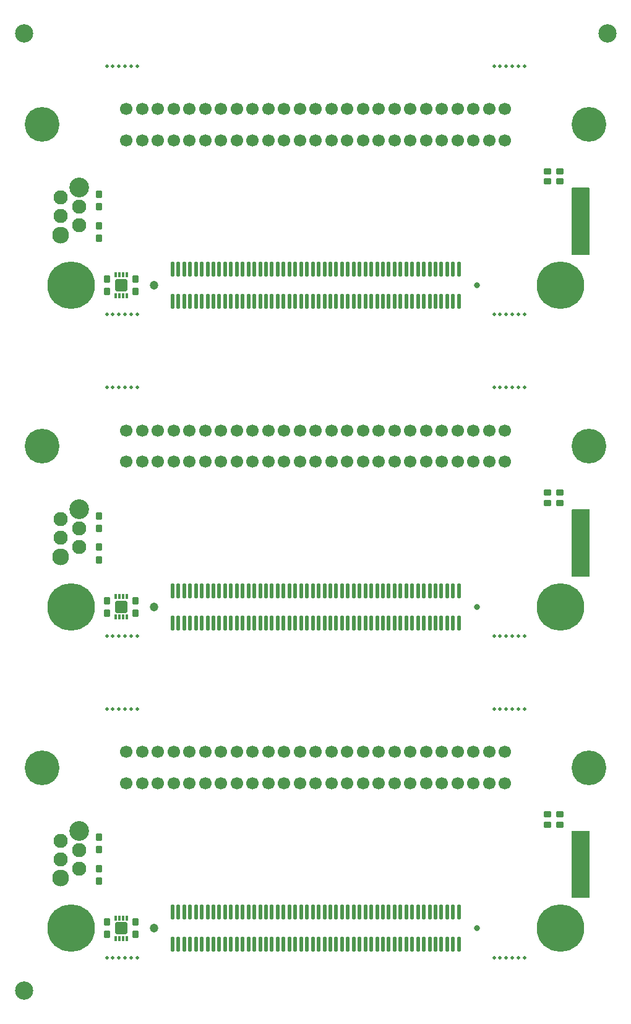
<source format=gts>
G04 #@! TF.GenerationSoftware,KiCad,Pcbnew,8.0.6*
G04 #@! TF.CreationDate,2024-11-07T02:27:20-08:00*
G04 #@! TF.ProjectId,mse-50-ce-panel,6d73652d-3530-42d6-9365-2d70616e656c,1*
G04 #@! TF.SameCoordinates,Original*
G04 #@! TF.FileFunction,Soldermask,Top*
G04 #@! TF.FilePolarity,Negative*
%FSLAX46Y46*%
G04 Gerber Fmt 4.6, Leading zero omitted, Abs format (unit mm)*
G04 Created by KiCad (PCBNEW 8.0.6) date 2024-11-07 02:27:20*
%MOMM*%
%LPD*%
G01*
G04 APERTURE LIST*
G04 Aperture macros list*
%AMRoundRect*
0 Rectangle with rounded corners*
0 $1 Rounding radius*
0 $2 $3 $4 $5 $6 $7 $8 $9 X,Y pos of 4 corners*
0 Add a 4 corners polygon primitive as box body*
4,1,4,$2,$3,$4,$5,$6,$7,$8,$9,$2,$3,0*
0 Add four circle primitives for the rounded corners*
1,1,$1+$1,$2,$3*
1,1,$1+$1,$4,$5*
1,1,$1+$1,$6,$7*
1,1,$1+$1,$8,$9*
0 Add four rect primitives between the rounded corners*
20,1,$1+$1,$2,$3,$4,$5,0*
20,1,$1+$1,$4,$5,$6,$7,0*
20,1,$1+$1,$6,$7,$8,$9,0*
20,1,$1+$1,$8,$9,$2,$3,0*%
G04 Aperture macros list end*
%ADD10C,0.500000*%
%ADD11RoundRect,0.225000X0.225000X-0.275000X0.225000X0.275000X-0.225000X0.275000X-0.225000X-0.275000X0*%
%ADD12C,0.800000*%
%ADD13C,1.200000*%
%ADD14RoundRect,0.125000X0.125000X0.925000X-0.125000X0.925000X-0.125000X-0.925000X0.125000X-0.925000X0*%
%ADD15C,1.700000*%
%ADD16C,4.750000*%
%ADD17RoundRect,0.062500X0.137500X-0.287500X0.137500X0.287500X-0.137500X0.287500X-0.137500X-0.287500X0*%
%ADD18RoundRect,0.265625X0.584375X-0.584375X0.584375X0.584375X-0.584375X0.584375X-0.584375X-0.584375X0*%
%ADD19C,2.500000*%
%ADD20RoundRect,0.225000X0.275000X0.225000X-0.275000X0.225000X-0.275000X-0.225000X0.275000X-0.225000X0*%
%ADD21RoundRect,0.225000X-0.225000X0.275000X-0.225000X-0.275000X0.225000X-0.275000X0.225000X0.275000X0*%
%ADD22RoundRect,0.225000X-0.275000X-0.225000X0.275000X-0.225000X0.275000X0.225000X-0.275000X0.225000X0*%
%ADD23C,2.300000*%
%ADD24C,2.700000*%
%ADD25C,1.950000*%
%ADD26C,6.500000*%
G04 APERTURE END LIST*
D10*
G04 #@! TO.C,KiKit_MB_7_5*
X-14639401Y85002000D03*
G04 #@! TD*
D11*
G04 #@! TO.C,C1*
X-70950000Y98152000D03*
X-70950000Y99852000D03*
G04 #@! TD*
D12*
G04 #@! TO.C,J1*
X-20300000Y55002000D03*
D13*
X-64500000Y55002000D03*
D14*
X-62000000Y52802000D03*
X-62000000Y57202000D03*
X-61200000Y52802001D03*
X-61200000Y57201999D03*
X-60400000Y52802000D03*
X-60400000Y57202000D03*
X-59600001Y52802000D03*
X-59600001Y57202000D03*
X-58800000Y52802000D03*
X-58800000Y57202000D03*
X-58000000Y52802000D03*
X-58000000Y57202000D03*
X-57199999Y52802000D03*
X-57199999Y57202000D03*
X-56400000Y52802000D03*
X-56400000Y57202000D03*
X-55600000Y52802001D03*
X-55600000Y57201999D03*
X-54800000Y52802000D03*
X-54800000Y57202000D03*
X-54000000Y52802000D03*
X-54000000Y57202000D03*
X-53200000Y52802000D03*
X-53200000Y57202000D03*
X-52400000Y52802000D03*
X-52400000Y57202000D03*
X-51599999Y52802000D03*
X-51599999Y57202000D03*
X-50800000Y52802000D03*
X-50800000Y57202000D03*
X-50000000Y52802001D03*
X-50000000Y57201999D03*
X-49200000Y52802000D03*
X-49200000Y57202000D03*
X-48400000Y52802000D03*
X-48400000Y57202000D03*
X-47600000Y52802000D03*
X-47600000Y57202000D03*
X-46800000Y52802000D03*
X-46800000Y57202000D03*
X-45999999Y52802000D03*
X-45999999Y57202000D03*
X-45200000Y52802000D03*
X-45200000Y57202000D03*
X-44400000Y52802001D03*
X-44400000Y57201999D03*
X-43600000Y52802000D03*
X-43600000Y57202000D03*
X-42800000Y52802000D03*
X-42800000Y57202000D03*
X-42000000Y52802000D03*
X-42000000Y57202000D03*
X-41200000Y52802000D03*
X-41200000Y57202000D03*
X-40400000Y52802001D03*
X-40400000Y57201999D03*
X-39600000Y52802000D03*
X-39600000Y57202000D03*
X-38800001Y52802000D03*
X-38800001Y57202000D03*
X-38000000Y52802000D03*
X-38000000Y57202000D03*
X-37200000Y52802000D03*
X-37200000Y57202000D03*
X-36400000Y52802000D03*
X-36400000Y57202000D03*
X-35600000Y52802000D03*
X-35600000Y57202000D03*
X-34800000Y52802001D03*
X-34800000Y57201999D03*
X-34000000Y52802000D03*
X-34000000Y57202000D03*
X-33200001Y52802000D03*
X-33200001Y57202000D03*
X-32400000Y52802000D03*
X-32400000Y57202000D03*
X-31600000Y52802000D03*
X-31600000Y57202000D03*
X-30800000Y52802000D03*
X-30800000Y57202000D03*
X-30000000Y52802000D03*
X-30000000Y57202000D03*
X-29200000Y52802001D03*
X-29200000Y57201999D03*
X-28400000Y52802000D03*
X-28400000Y57202000D03*
X-27600001Y52802000D03*
X-27600001Y57202000D03*
X-26800000Y52802000D03*
X-26800000Y57202000D03*
X-26000000Y52802000D03*
X-26000000Y57202000D03*
X-25199999Y52802000D03*
X-25199999Y57202000D03*
X-24400000Y52802000D03*
X-24400000Y57202000D03*
X-23600000Y52802001D03*
X-23600000Y57201999D03*
X-22800000Y52802000D03*
X-22800000Y57202000D03*
G04 #@! TD*
D11*
G04 #@! TO.C,R3*
X-72100000Y17452000D03*
X-72100000Y19152000D03*
G04 #@! TD*
D10*
G04 #@! TO.C,KiKit_MB_6_5*
X-67639400Y85002000D03*
G04 #@! TD*
G04 #@! TO.C,KiKit_MB_7_3*
X-16320200Y85002000D03*
G04 #@! TD*
G04 #@! TO.C,KiKit_MB_2_6*
X-66799000Y129002000D03*
G04 #@! TD*
G04 #@! TO.C,KiKit_MB_11_2*
X-17160600Y41002000D03*
G04 #@! TD*
D15*
G04 #@! TO.C,J5*
X-68320000Y30857000D03*
X-66160000Y30857000D03*
X-64000000Y30857000D03*
X-61840000Y30857000D03*
X-59680000Y30857000D03*
X-57520000Y30857000D03*
X-55360000Y30857000D03*
X-53200000Y30857000D03*
X-51040000Y30857000D03*
X-48880000Y30857000D03*
X-46720000Y30857000D03*
X-44560000Y30857000D03*
X-42400000Y30857000D03*
X-40240000Y30857000D03*
X-38080000Y30857000D03*
X-35920000Y30857000D03*
X-33760000Y30857000D03*
X-31600000Y30857000D03*
X-29440000Y30857000D03*
X-27280000Y30857000D03*
X-25120000Y30857000D03*
X-22960000Y30857000D03*
X-20800000Y30857000D03*
X-18640000Y30857000D03*
X-16480000Y30857000D03*
X-68320000Y35147000D03*
X-66160000Y35147000D03*
X-64000000Y35147000D03*
X-61840000Y35147000D03*
X-59680000Y35147000D03*
X-57520000Y35147000D03*
X-55360000Y35147000D03*
X-53200000Y35147000D03*
X-51040000Y35147000D03*
X-48880000Y35147000D03*
X-46720000Y35147000D03*
X-44560000Y35147000D03*
X-42400000Y35147000D03*
X-40240000Y35147000D03*
X-38080000Y35147000D03*
X-35920000Y35147000D03*
X-33760000Y35147000D03*
X-31600000Y35147000D03*
X-29440000Y35147000D03*
X-27280000Y35147000D03*
X-25120000Y35147000D03*
X-22960000Y35147000D03*
X-20800000Y35147000D03*
X-18640000Y35147000D03*
X-16480000Y35147000D03*
D16*
X-4975000Y33002000D03*
X-79825000Y33002000D03*
G04 #@! TD*
D11*
G04 #@! TO.C,R3*
X-72100000Y61452000D03*
X-72100000Y63152000D03*
G04 #@! TD*
D10*
G04 #@! TO.C,KiKit_MB_11_1*
X-18001000Y41002000D03*
G04 #@! TD*
D17*
G04 #@! TO.C,U1*
X-69750001Y53602000D03*
X-69250000Y53602000D03*
X-68750000Y53602000D03*
X-68249999Y53602000D03*
X-68249999Y56402000D03*
X-68750000Y56402000D03*
X-69250000Y56402000D03*
X-69750001Y56402000D03*
D18*
X-69000000Y55002000D03*
G04 #@! TD*
D10*
G04 #@! TO.C,KiKit_MB_3_2*
X-17160600Y129002000D03*
G04 #@! TD*
D11*
G04 #@! TO.C,C1*
X-70950000Y54152000D03*
X-70950000Y55852000D03*
G04 #@! TD*
D19*
G04 #@! TO.C,KiKit_FID_T_1*
X-82300000Y133503500D03*
G04 #@! TD*
D10*
G04 #@! TO.C,KiKit_MB_1_5*
X-17160600Y95002000D03*
G04 #@! TD*
D20*
G04 #@! TO.C,R4*
X-8950000Y69202000D03*
X-10650000Y69202000D03*
G04 #@! TD*
D21*
G04 #@! TO.C,R2*
X-72100000Y111452000D03*
X-72100000Y109752000D03*
G04 #@! TD*
D10*
G04 #@! TO.C,KiKit_MB_6_4*
X-68479800Y85002000D03*
G04 #@! TD*
G04 #@! TO.C,KiKit_MB_3_4*
X-15479801Y129002000D03*
G04 #@! TD*
G04 #@! TO.C,KiKit_MB_4_3*
X-68479800Y95002000D03*
G04 #@! TD*
G04 #@! TO.C,KiKit_MB_8_1*
X-66799000Y51002000D03*
G04 #@! TD*
G04 #@! TO.C,KiKit_MB_3_1*
X-18001000Y129002000D03*
G04 #@! TD*
D22*
G04 #@! TO.C,C2*
X-10650000Y114602000D03*
X-8950000Y114602000D03*
G04 #@! TD*
D10*
G04 #@! TO.C,KiKit_MB_9_2*
X-14639401Y7002000D03*
G04 #@! TD*
D23*
G04 #@! TO.C,J3*
X-77340000Y61872000D03*
D24*
X-74800000Y68342000D03*
D25*
X-77340000Y67012000D03*
X-74800000Y65742000D03*
X-77340000Y64472000D03*
X-74800000Y63202000D03*
G04 #@! TD*
D10*
G04 #@! TO.C,KiKit_MB_2_2*
X-70160599Y129002000D03*
G04 #@! TD*
G04 #@! TO.C,KiKit_MB_7_2*
X-17160600Y85002000D03*
G04 #@! TD*
D11*
G04 #@! TO.C,R1*
X-67050000Y10152000D03*
X-67050000Y11852000D03*
G04 #@! TD*
D10*
G04 #@! TO.C,KiKit_MB_3_5*
X-14639401Y129002000D03*
G04 #@! TD*
D23*
G04 #@! TO.C,J3*
X-77340000Y105872000D03*
D24*
X-74800000Y112342000D03*
D25*
X-77340000Y111012000D03*
X-74800000Y109742000D03*
X-77340000Y108472000D03*
X-74800000Y107202000D03*
G04 #@! TD*
D10*
G04 #@! TO.C,KiKit_MB_1_4*
X-16320200Y95002000D03*
G04 #@! TD*
G04 #@! TO.C,KiKit_MB_2_4*
X-68479800Y129002000D03*
G04 #@! TD*
D19*
G04 #@! TO.C,KiKit_FID_T_2*
X-2500000Y133503500D03*
G04 #@! TD*
D10*
G04 #@! TO.C,KiKit_MB_9_1*
X-13799001Y7002000D03*
G04 #@! TD*
D22*
G04 #@! TO.C,C2*
X-10650000Y70602000D03*
X-8950000Y70602000D03*
G04 #@! TD*
D10*
G04 #@! TO.C,KiKit_MB_8_5*
X-70160599Y51002000D03*
G04 #@! TD*
G04 #@! TO.C,KiKit_MB_12_4*
X-69320199Y7002000D03*
G04 #@! TD*
G04 #@! TO.C,KiKit_MB_10_3*
X-69320199Y41002000D03*
G04 #@! TD*
G04 #@! TO.C,KiKit_MB_4_1*
X-66799000Y95002000D03*
G04 #@! TD*
G04 #@! TO.C,KiKit_MB_3_3*
X-16320200Y129002000D03*
G04 #@! TD*
D11*
G04 #@! TO.C,R3*
X-72100000Y105452000D03*
X-72100000Y107152000D03*
G04 #@! TD*
D10*
G04 #@! TO.C,KiKit_MB_12_2*
X-67639400Y7002000D03*
G04 #@! TD*
D26*
G04 #@! TO.C,H3*
X-75900000Y99002000D03*
G04 #@! TD*
D12*
G04 #@! TO.C,J1*
X-20300000Y99002000D03*
D13*
X-64500000Y99002000D03*
D14*
X-62000000Y96802000D03*
X-62000000Y101202000D03*
X-61200000Y96802001D03*
X-61200000Y101201999D03*
X-60400000Y96802000D03*
X-60400000Y101202000D03*
X-59600001Y96802000D03*
X-59600001Y101202000D03*
X-58800000Y96802000D03*
X-58800000Y101202000D03*
X-58000000Y96802000D03*
X-58000000Y101202000D03*
X-57199999Y96802000D03*
X-57199999Y101202000D03*
X-56400000Y96802000D03*
X-56400000Y101202000D03*
X-55600000Y96802001D03*
X-55600000Y101201999D03*
X-54800000Y96802000D03*
X-54800000Y101202000D03*
X-54000000Y96802000D03*
X-54000000Y101202000D03*
X-53200000Y96802000D03*
X-53200000Y101202000D03*
X-52400000Y96802000D03*
X-52400000Y101202000D03*
X-51599999Y96802000D03*
X-51599999Y101202000D03*
X-50800000Y96802000D03*
X-50800000Y101202000D03*
X-50000000Y96802001D03*
X-50000000Y101201999D03*
X-49200000Y96802000D03*
X-49200000Y101202000D03*
X-48400000Y96802000D03*
X-48400000Y101202000D03*
X-47600000Y96802000D03*
X-47600000Y101202000D03*
X-46800000Y96802000D03*
X-46800000Y101202000D03*
X-45999999Y96802000D03*
X-45999999Y101202000D03*
X-45200000Y96802000D03*
X-45200000Y101202000D03*
X-44400000Y96802001D03*
X-44400000Y101201999D03*
X-43600000Y96802000D03*
X-43600000Y101202000D03*
X-42800000Y96802000D03*
X-42800000Y101202000D03*
X-42000000Y96802000D03*
X-42000000Y101202000D03*
X-41200000Y96802000D03*
X-41200000Y101202000D03*
X-40400000Y96802001D03*
X-40400000Y101201999D03*
X-39600000Y96802000D03*
X-39600000Y101202000D03*
X-38800001Y96802000D03*
X-38800001Y101202000D03*
X-38000000Y96802000D03*
X-38000000Y101202000D03*
X-37200000Y96802000D03*
X-37200000Y101202000D03*
X-36400000Y96802000D03*
X-36400000Y101202000D03*
X-35600000Y96802000D03*
X-35600000Y101202000D03*
X-34800000Y96802001D03*
X-34800000Y101201999D03*
X-34000000Y96802000D03*
X-34000000Y101202000D03*
X-33200001Y96802000D03*
X-33200001Y101202000D03*
X-32400000Y96802000D03*
X-32400000Y101202000D03*
X-31600000Y96802000D03*
X-31600000Y101202000D03*
X-30800000Y96802000D03*
X-30800000Y101202000D03*
X-30000000Y96802000D03*
X-30000000Y101202000D03*
X-29200000Y96802001D03*
X-29200000Y101201999D03*
X-28400000Y96802000D03*
X-28400000Y101202000D03*
X-27600001Y96802000D03*
X-27600001Y101202000D03*
X-26800000Y96802000D03*
X-26800000Y101202000D03*
X-26000000Y96802000D03*
X-26000000Y101202000D03*
X-25199999Y96802000D03*
X-25199999Y101202000D03*
X-24400000Y96802000D03*
X-24400000Y101202000D03*
X-23600000Y96802001D03*
X-23600000Y101201999D03*
X-22800000Y96802000D03*
X-22800000Y101202000D03*
G04 #@! TD*
D10*
G04 #@! TO.C,KiKit_MB_10_2*
X-70160599Y41002000D03*
G04 #@! TD*
G04 #@! TO.C,KiKit_MB_1_3*
X-15479801Y95002000D03*
G04 #@! TD*
G04 #@! TO.C,KiKit_MB_5_1*
X-13799001Y51002000D03*
G04 #@! TD*
G04 #@! TO.C,KiKit_MB_10_5*
X-67639400Y41002000D03*
G04 #@! TD*
G04 #@! TO.C,KiKit_MB_12_1*
X-66799000Y7002000D03*
G04 #@! TD*
G04 #@! TO.C,KiKit_MB_12_6*
X-71000999Y7002000D03*
G04 #@! TD*
D20*
G04 #@! TO.C,R4*
X-8950000Y113202000D03*
X-10650000Y113202000D03*
G04 #@! TD*
D10*
G04 #@! TO.C,KiKit_MB_7_6*
X-13799001Y85002000D03*
G04 #@! TD*
G04 #@! TO.C,KiKit_MB_9_4*
X-16320200Y7002000D03*
G04 #@! TD*
G04 #@! TO.C,KiKit_MB_9_5*
X-17160600Y7002000D03*
G04 #@! TD*
G04 #@! TO.C,KiKit_MB_6_2*
X-70160599Y85002000D03*
G04 #@! TD*
G04 #@! TO.C,KiKit_MB_6_1*
X-71000999Y85002000D03*
G04 #@! TD*
D15*
G04 #@! TO.C,J5*
X-68320000Y74857000D03*
X-66160000Y74857000D03*
X-64000000Y74857000D03*
X-61840000Y74857000D03*
X-59680000Y74857000D03*
X-57520000Y74857000D03*
X-55360000Y74857000D03*
X-53200000Y74857000D03*
X-51040000Y74857000D03*
X-48880000Y74857000D03*
X-46720000Y74857000D03*
X-44560000Y74857000D03*
X-42400000Y74857000D03*
X-40240000Y74857000D03*
X-38080000Y74857000D03*
X-35920000Y74857000D03*
X-33760000Y74857000D03*
X-31600000Y74857000D03*
X-29440000Y74857000D03*
X-27280000Y74857000D03*
X-25120000Y74857000D03*
X-22960000Y74857000D03*
X-20800000Y74857000D03*
X-18640000Y74857000D03*
X-16480000Y74857000D03*
X-68320000Y79147000D03*
X-66160000Y79147000D03*
X-64000000Y79147000D03*
X-61840000Y79147000D03*
X-59680000Y79147000D03*
X-57520000Y79147000D03*
X-55360000Y79147000D03*
X-53200000Y79147000D03*
X-51040000Y79147000D03*
X-48880000Y79147000D03*
X-46720000Y79147000D03*
X-44560000Y79147000D03*
X-42400000Y79147000D03*
X-40240000Y79147000D03*
X-38080000Y79147000D03*
X-35920000Y79147000D03*
X-33760000Y79147000D03*
X-31600000Y79147000D03*
X-29440000Y79147000D03*
X-27280000Y79147000D03*
X-25120000Y79147000D03*
X-22960000Y79147000D03*
X-20800000Y79147000D03*
X-18640000Y79147000D03*
X-16480000Y79147000D03*
D16*
X-4975000Y77002000D03*
X-79825000Y77002000D03*
G04 #@! TD*
D10*
G04 #@! TO.C,KiKit_MB_8_3*
X-68479800Y51002000D03*
G04 #@! TD*
D17*
G04 #@! TO.C,U1*
X-69750001Y9602000D03*
X-69250000Y9602000D03*
X-68750000Y9602000D03*
X-68249999Y9602000D03*
X-68249999Y12402000D03*
X-68750000Y12402000D03*
X-69250000Y12402000D03*
X-69750001Y12402000D03*
D18*
X-69000000Y11002000D03*
G04 #@! TD*
D10*
G04 #@! TO.C,KiKit_MB_1_6*
X-18001000Y95002000D03*
G04 #@! TD*
G04 #@! TO.C,KiKit_MB_8_2*
X-67639400Y51002000D03*
G04 #@! TD*
G04 #@! TO.C,KiKit_MB_11_6*
X-13799001Y41002000D03*
G04 #@! TD*
D17*
G04 #@! TO.C,U1*
X-69750001Y97602000D03*
X-69250000Y97602000D03*
X-68750000Y97602000D03*
X-68249999Y97602000D03*
X-68249999Y100402000D03*
X-68750000Y100402000D03*
X-69250000Y100402000D03*
X-69750001Y100402000D03*
D18*
X-69000000Y99002000D03*
G04 #@! TD*
D26*
G04 #@! TO.C,H4*
X-8900000Y99002000D03*
G04 #@! TD*
D15*
G04 #@! TO.C,J5*
X-68320000Y118857000D03*
X-66160000Y118857000D03*
X-64000000Y118857000D03*
X-61840000Y118857000D03*
X-59680000Y118857000D03*
X-57520000Y118857000D03*
X-55360000Y118857000D03*
X-53200000Y118857000D03*
X-51040000Y118857000D03*
X-48880000Y118857000D03*
X-46720000Y118857000D03*
X-44560000Y118857000D03*
X-42400000Y118857000D03*
X-40240000Y118857000D03*
X-38080000Y118857000D03*
X-35920000Y118857000D03*
X-33760000Y118857000D03*
X-31600000Y118857000D03*
X-29440000Y118857000D03*
X-27280000Y118857000D03*
X-25120000Y118857000D03*
X-22960000Y118857000D03*
X-20800000Y118857000D03*
X-18640000Y118857000D03*
X-16480000Y118857000D03*
X-68320000Y123147000D03*
X-66160000Y123147000D03*
X-64000000Y123147000D03*
X-61840000Y123147000D03*
X-59680000Y123147000D03*
X-57520000Y123147000D03*
X-55360000Y123147000D03*
X-53200000Y123147000D03*
X-51040000Y123147000D03*
X-48880000Y123147000D03*
X-46720000Y123147000D03*
X-44560000Y123147000D03*
X-42400000Y123147000D03*
X-40240000Y123147000D03*
X-38080000Y123147000D03*
X-35920000Y123147000D03*
X-33760000Y123147000D03*
X-31600000Y123147000D03*
X-29440000Y123147000D03*
X-27280000Y123147000D03*
X-25120000Y123147000D03*
X-22960000Y123147000D03*
X-20800000Y123147000D03*
X-18640000Y123147000D03*
X-16480000Y123147000D03*
D16*
X-4975000Y121002000D03*
X-79825000Y121002000D03*
G04 #@! TD*
D10*
G04 #@! TO.C,KiKit_MB_2_1*
X-71000999Y129002000D03*
G04 #@! TD*
G04 #@! TO.C,KiKit_MB_5_4*
X-16320200Y51002000D03*
G04 #@! TD*
G04 #@! TO.C,KiKit_MB_1_1*
X-13799001Y95002000D03*
G04 #@! TD*
G04 #@! TO.C,KiKit_MB_6_3*
X-69320199Y85002000D03*
G04 #@! TD*
G04 #@! TO.C,KiKit_MB_7_1*
X-18001000Y85002000D03*
G04 #@! TD*
G04 #@! TO.C,KiKit_MB_4_5*
X-70160599Y95002000D03*
G04 #@! TD*
D11*
G04 #@! TO.C,R1*
X-67050000Y98152000D03*
X-67050000Y99852000D03*
G04 #@! TD*
D10*
G04 #@! TO.C,KiKit_MB_8_4*
X-69320199Y51002000D03*
G04 #@! TD*
G04 #@! TO.C,KiKit_MB_4_6*
X-71000999Y95002000D03*
G04 #@! TD*
D26*
G04 #@! TO.C,H3*
X-75900000Y11002000D03*
G04 #@! TD*
D10*
G04 #@! TO.C,KiKit_MB_7_4*
X-15479801Y85002000D03*
G04 #@! TD*
G04 #@! TO.C,KiKit_MB_2_5*
X-67639400Y129002000D03*
G04 #@! TD*
G04 #@! TO.C,KiKit_MB_12_5*
X-70160599Y7002000D03*
G04 #@! TD*
G04 #@! TO.C,KiKit_MB_10_6*
X-66799000Y41002000D03*
G04 #@! TD*
G04 #@! TO.C,KiKit_MB_5_5*
X-17160600Y51002000D03*
G04 #@! TD*
D26*
G04 #@! TO.C,H4*
X-8900000Y11002000D03*
G04 #@! TD*
D20*
G04 #@! TO.C,R4*
X-8950000Y25202000D03*
X-10650000Y25202000D03*
G04 #@! TD*
D12*
G04 #@! TO.C,J1*
X-20300000Y11002000D03*
D13*
X-64500000Y11002000D03*
D14*
X-62000000Y8802000D03*
X-62000000Y13202000D03*
X-61200000Y8802001D03*
X-61200000Y13201999D03*
X-60400000Y8802000D03*
X-60400000Y13202000D03*
X-59600001Y8802000D03*
X-59600001Y13202000D03*
X-58800000Y8802000D03*
X-58800000Y13202000D03*
X-58000000Y8802000D03*
X-58000000Y13202000D03*
X-57199999Y8802000D03*
X-57199999Y13202000D03*
X-56400000Y8802000D03*
X-56400000Y13202000D03*
X-55600000Y8802001D03*
X-55600000Y13201999D03*
X-54800000Y8802000D03*
X-54800000Y13202000D03*
X-54000000Y8802000D03*
X-54000000Y13202000D03*
X-53200000Y8802000D03*
X-53200000Y13202000D03*
X-52400000Y8802000D03*
X-52400000Y13202000D03*
X-51599999Y8802000D03*
X-51599999Y13202000D03*
X-50800000Y8802000D03*
X-50800000Y13202000D03*
X-50000000Y8802001D03*
X-50000000Y13201999D03*
X-49200000Y8802000D03*
X-49200000Y13202000D03*
X-48400000Y8802000D03*
X-48400000Y13202000D03*
X-47600000Y8802000D03*
X-47600000Y13202000D03*
X-46800000Y8802000D03*
X-46800000Y13202000D03*
X-45999999Y8802000D03*
X-45999999Y13202000D03*
X-45200000Y8802000D03*
X-45200000Y13202000D03*
X-44400000Y8802001D03*
X-44400000Y13201999D03*
X-43600000Y8802000D03*
X-43600000Y13202000D03*
X-42800000Y8802000D03*
X-42800000Y13202000D03*
X-42000000Y8802000D03*
X-42000000Y13202000D03*
X-41200000Y8802000D03*
X-41200000Y13202000D03*
X-40400000Y8802001D03*
X-40400000Y13201999D03*
X-39600000Y8802000D03*
X-39600000Y13202000D03*
X-38800001Y8802000D03*
X-38800001Y13202000D03*
X-38000000Y8802000D03*
X-38000000Y13202000D03*
X-37200000Y8802000D03*
X-37200000Y13202000D03*
X-36400000Y8802000D03*
X-36400000Y13202000D03*
X-35600000Y8802000D03*
X-35600000Y13202000D03*
X-34800000Y8802001D03*
X-34800000Y13201999D03*
X-34000000Y8802000D03*
X-34000000Y13202000D03*
X-33200001Y8802000D03*
X-33200001Y13202000D03*
X-32400000Y8802000D03*
X-32400000Y13202000D03*
X-31600000Y8802000D03*
X-31600000Y13202000D03*
X-30800000Y8802000D03*
X-30800000Y13202000D03*
X-30000000Y8802000D03*
X-30000000Y13202000D03*
X-29200000Y8802001D03*
X-29200000Y13201999D03*
X-28400000Y8802000D03*
X-28400000Y13202000D03*
X-27600001Y8802000D03*
X-27600001Y13202000D03*
X-26800000Y8802000D03*
X-26800000Y13202000D03*
X-26000000Y8802000D03*
X-26000000Y13202000D03*
X-25199999Y8802000D03*
X-25199999Y13202000D03*
X-24400000Y8802000D03*
X-24400000Y13202000D03*
X-23600000Y8802001D03*
X-23600000Y13201999D03*
X-22800000Y8802000D03*
X-22800000Y13202000D03*
G04 #@! TD*
D10*
G04 #@! TO.C,KiKit_MB_5_6*
X-18001000Y51002000D03*
G04 #@! TD*
D23*
G04 #@! TO.C,J3*
X-77340000Y17872000D03*
D24*
X-74800000Y24342000D03*
D25*
X-77340000Y23012000D03*
X-74800000Y21742000D03*
X-77340000Y20472000D03*
X-74800000Y19202000D03*
G04 #@! TD*
D10*
G04 #@! TO.C,KiKit_MB_10_4*
X-68479800Y41002000D03*
G04 #@! TD*
G04 #@! TO.C,KiKit_MB_12_3*
X-68479800Y7002000D03*
G04 #@! TD*
D26*
G04 #@! TO.C,H3*
X-75900000Y55002000D03*
G04 #@! TD*
D10*
G04 #@! TO.C,KiKit_MB_9_3*
X-15479801Y7002000D03*
G04 #@! TD*
G04 #@! TO.C,KiKit_MB_10_1*
X-71000999Y41002000D03*
G04 #@! TD*
D21*
G04 #@! TO.C,R2*
X-72100000Y67452000D03*
X-72100000Y65752000D03*
G04 #@! TD*
D10*
G04 #@! TO.C,KiKit_MB_5_2*
X-14639401Y51002000D03*
G04 #@! TD*
G04 #@! TO.C,KiKit_MB_6_6*
X-66799000Y85002000D03*
G04 #@! TD*
G04 #@! TO.C,KiKit_MB_9_6*
X-18001000Y7002000D03*
G04 #@! TD*
D11*
G04 #@! TO.C,C1*
X-70950000Y10152000D03*
X-70950000Y11852000D03*
G04 #@! TD*
D22*
G04 #@! TO.C,C2*
X-10650000Y26602000D03*
X-8950000Y26602000D03*
G04 #@! TD*
D10*
G04 #@! TO.C,KiKit_MB_4_4*
X-69320199Y95002000D03*
G04 #@! TD*
G04 #@! TO.C,KiKit_MB_2_3*
X-69320199Y129002000D03*
G04 #@! TD*
G04 #@! TO.C,KiKit_MB_8_6*
X-71000999Y51002000D03*
G04 #@! TD*
D26*
G04 #@! TO.C,H4*
X-8900000Y55002000D03*
G04 #@! TD*
D10*
G04 #@! TO.C,KiKit_MB_11_3*
X-16320200Y41002000D03*
G04 #@! TD*
G04 #@! TO.C,KiKit_MB_5_3*
X-15479801Y51002000D03*
G04 #@! TD*
D21*
G04 #@! TO.C,R2*
X-72100000Y23452000D03*
X-72100000Y21752000D03*
G04 #@! TD*
D10*
G04 #@! TO.C,KiKit_MB_11_4*
X-15479801Y41002000D03*
G04 #@! TD*
G04 #@! TO.C,KiKit_MB_1_2*
X-14639401Y95002000D03*
G04 #@! TD*
G04 #@! TO.C,KiKit_MB_11_5*
X-14639401Y41002000D03*
G04 #@! TD*
G04 #@! TO.C,KiKit_MB_3_6*
X-13799001Y129002000D03*
G04 #@! TD*
G04 #@! TO.C,KiKit_MB_4_2*
X-67639400Y95002000D03*
G04 #@! TD*
D19*
G04 #@! TO.C,KiKit_FID_T_3*
X-82300000Y2500000D03*
G04 #@! TD*
D11*
G04 #@! TO.C,R1*
X-67050000Y54152000D03*
X-67050000Y55852000D03*
G04 #@! TD*
G36*
X-4956961Y68332315D02*
G01*
X-4911206Y68279511D01*
X-4900000Y68228000D01*
X-4900000Y59276000D01*
X-4919685Y59208961D01*
X-4972489Y59163206D01*
X-5024000Y59152000D01*
X-7276000Y59152000D01*
X-7343039Y59171685D01*
X-7388794Y59224489D01*
X-7400000Y59276000D01*
X-7400000Y68228000D01*
X-7380315Y68295039D01*
X-7327511Y68340794D01*
X-7276000Y68352000D01*
X-5024000Y68352000D01*
X-4956961Y68332315D01*
G37*
G36*
X-4956961Y112332315D02*
G01*
X-4911206Y112279511D01*
X-4900000Y112228000D01*
X-4900000Y103276000D01*
X-4919685Y103208961D01*
X-4972489Y103163206D01*
X-5024000Y103152000D01*
X-7276000Y103152000D01*
X-7343039Y103171685D01*
X-7388794Y103224489D01*
X-7400000Y103276000D01*
X-7400000Y112228000D01*
X-7380315Y112295039D01*
X-7327511Y112340794D01*
X-7276000Y112352000D01*
X-5024000Y112352000D01*
X-4956961Y112332315D01*
G37*
G36*
X-4956961Y24332315D02*
G01*
X-4911206Y24279511D01*
X-4900000Y24228000D01*
X-4900000Y15276000D01*
X-4919685Y15208961D01*
X-4972489Y15163206D01*
X-5024000Y15152000D01*
X-7276000Y15152000D01*
X-7343039Y15171685D01*
X-7388794Y15224489D01*
X-7400000Y15276000D01*
X-7400000Y24228000D01*
X-7380315Y24295039D01*
X-7327511Y24340794D01*
X-7276000Y24352000D01*
X-5024000Y24352000D01*
X-4956961Y24332315D01*
G37*
M02*

</source>
